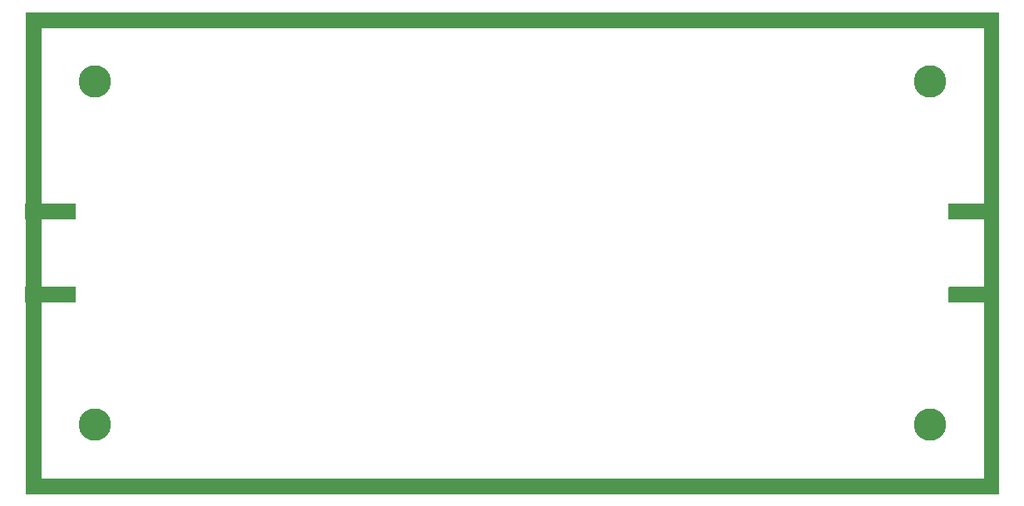
<source format=gbr>
%TF.GenerationSoftware,KiCad,Pcbnew,5.1.7*%
%TF.CreationDate,2020-12-14T19:49:32+00:00*%
%TF.ProjectId,LT3045-4,4c543330-3435-42d3-942e-6b696361645f,rev?*%
%TF.SameCoordinates,Original*%
%TF.FileFunction,Soldermask,Bot*%
%TF.FilePolarity,Negative*%
%FSLAX46Y46*%
G04 Gerber Fmt 4.6, Leading zero omitted, Abs format (unit mm)*
G04 Created by KiCad (PCBNEW 5.1.7) date 2020-12-14 19:49:32*
%MOMM*%
%LPD*%
G01*
G04 APERTURE LIST*
%ADD10C,0.100000*%
%ADD11C,3.300000*%
G04 APERTURE END LIST*
D10*
G36*
X99500000Y-49500000D02*
G01*
X500000Y-49500000D01*
X500000Y-48000000D01*
X99500000Y-48000000D01*
X99500000Y-49500000D01*
G37*
X99500000Y-49500000D02*
X500000Y-49500000D01*
X500000Y-48000000D01*
X99500000Y-48000000D01*
X99500000Y-49500000D01*
G36*
X99500000Y-49500000D02*
G01*
X98000000Y-49500000D01*
X98000000Y-500000D01*
X99500000Y-500000D01*
X99500000Y-49500000D01*
G37*
X99500000Y-49500000D02*
X98000000Y-49500000D01*
X98000000Y-500000D01*
X99500000Y-500000D01*
X99500000Y-49500000D01*
G36*
X2000000Y-49500000D02*
G01*
X500000Y-49500000D01*
X500000Y-500000D01*
X2000000Y-500000D01*
X2000000Y-49500000D01*
G37*
X2000000Y-49500000D02*
X500000Y-49500000D01*
X500000Y-500000D01*
X2000000Y-500000D01*
X2000000Y-49500000D01*
G36*
X99500000Y-2000000D02*
G01*
X500000Y-2000000D01*
X500000Y-500000D01*
X99500000Y-500000D01*
X99500000Y-2000000D01*
G37*
X99500000Y-2000000D02*
X500000Y-2000000D01*
X500000Y-500000D01*
X99500000Y-500000D01*
X99500000Y-2000000D01*
%TO.C,J1*%
G36*
G01*
X460000Y-19950000D02*
X5540000Y-19950000D01*
G75*
G02*
X5590000Y-20000000I0J-50000D01*
G01*
X5590000Y-21500000D01*
G75*
G02*
X5540000Y-21550000I-50000J0D01*
G01*
X460000Y-21550000D01*
G75*
G02*
X410000Y-21500000I0J50000D01*
G01*
X410000Y-20000000D01*
G75*
G02*
X460000Y-19950000I50000J0D01*
G01*
G37*
G36*
G01*
X460000Y-28450000D02*
X5540000Y-28450000D01*
G75*
G02*
X5590000Y-28500000I0J-50000D01*
G01*
X5590000Y-30000000D01*
G75*
G02*
X5540000Y-30050000I-50000J0D01*
G01*
X460000Y-30050000D01*
G75*
G02*
X410000Y-30000000I0J50000D01*
G01*
X410000Y-28500000D01*
G75*
G02*
X460000Y-28450000I50000J0D01*
G01*
G37*
%TD*%
%TO.C,J2*%
G36*
G01*
X99540000Y-21550000D02*
X94460000Y-21550000D01*
G75*
G02*
X94410000Y-21500000I0J50000D01*
G01*
X94410000Y-20000000D01*
G75*
G02*
X94460000Y-19950000I50000J0D01*
G01*
X99540000Y-19950000D01*
G75*
G02*
X99590000Y-20000000I0J-50000D01*
G01*
X99590000Y-21500000D01*
G75*
G02*
X99540000Y-21550000I-50000J0D01*
G01*
G37*
G36*
G01*
X99540000Y-30050000D02*
X94460000Y-30050000D01*
G75*
G02*
X94410000Y-30000000I0J50000D01*
G01*
X94410000Y-28500000D01*
G75*
G02*
X94460000Y-28450000I50000J0D01*
G01*
X99540000Y-28450000D01*
G75*
G02*
X99590000Y-28500000I0J-50000D01*
G01*
X99590000Y-30000000D01*
G75*
G02*
X99540000Y-30050000I-50000J0D01*
G01*
G37*
%TD*%
D11*
%TO.C,MH1*%
X92500000Y-7500000D03*
%TD*%
%TO.C,MH2*%
X92500000Y-42500000D03*
%TD*%
%TO.C,MH3*%
X7500000Y-7500000D03*
%TD*%
%TO.C,MH4*%
X7500000Y-42500000D03*
%TD*%
M02*

</source>
